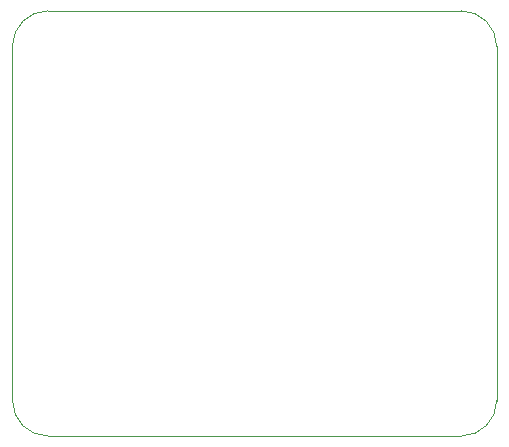
<source format=gm1>
%TF.GenerationSoftware,KiCad,Pcbnew,9.0.5*%
%TF.CreationDate,2025-11-09T16:32:06+01:00*%
%TF.ProjectId,PTP,5054502e-6b69-4636-9164-5f7063625858,rev?*%
%TF.SameCoordinates,Original*%
%TF.FileFunction,Profile,NP*%
%FSLAX46Y46*%
G04 Gerber Fmt 4.6, Leading zero omitted, Abs format (unit mm)*
G04 Created by KiCad (PCBNEW 9.0.5) date 2025-11-09 16:32:06*
%MOMM*%
%LPD*%
G01*
G04 APERTURE LIST*
%TA.AperFunction,Profile*%
%ADD10C,0.050000*%
%TD*%
G04 APERTURE END LIST*
D10*
X225000000Y-97000000D02*
G75*
G02*
X228000000Y-100000000I0J-3000000D01*
G01*
X228000000Y-130000000D02*
G75*
G02*
X225000000Y-133000000I-3000000J0D01*
G01*
X225000000Y-97000000D02*
X190000000Y-97000000D01*
X228000000Y-130000000D02*
X228000000Y-100000000D01*
X190000000Y-133000000D02*
G75*
G02*
X187000000Y-130000000I0J3000000D01*
G01*
X187000000Y-100000000D02*
X187000000Y-130000000D01*
X190000000Y-133000000D02*
X225000000Y-133000000D01*
X187000000Y-100000000D02*
G75*
G02*
X190000000Y-97000000I3000000J0D01*
G01*
M02*

</source>
